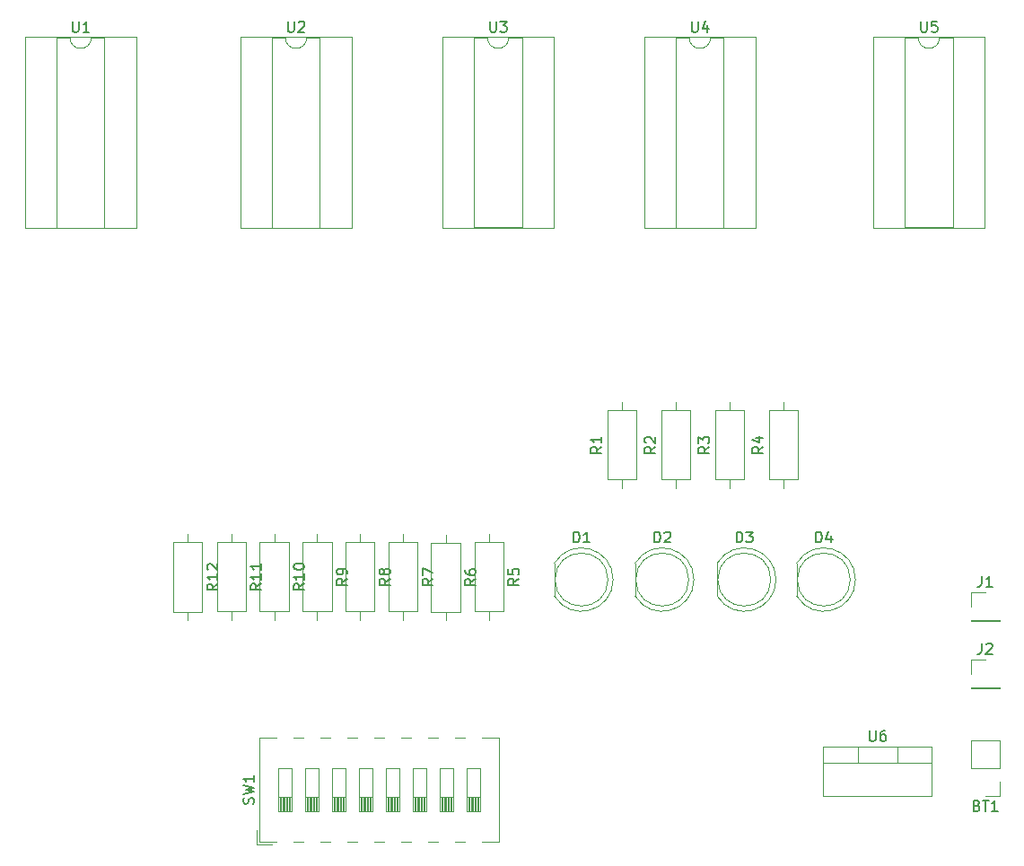
<source format=gbr>
%TF.GenerationSoftware,KiCad,Pcbnew,7.0.9*%
%TF.CreationDate,2023-12-30T10:08:20+11:00*%
%TF.ProjectId,4-bit-rca,342d6269-742d-4726-9361-2e6b69636164,rev?*%
%TF.SameCoordinates,Original*%
%TF.FileFunction,Legend,Top*%
%TF.FilePolarity,Positive*%
%FSLAX46Y46*%
G04 Gerber Fmt 4.6, Leading zero omitted, Abs format (unit mm)*
G04 Created by KiCad (PCBNEW 7.0.9) date 2023-12-30 10:08:20*
%MOMM*%
%LPD*%
G01*
G04 APERTURE LIST*
%ADD10C,0.150000*%
%ADD11C,0.120000*%
G04 APERTURE END LIST*
D10*
X126954819Y-112162857D02*
X126478628Y-112496190D01*
X126954819Y-112734285D02*
X125954819Y-112734285D01*
X125954819Y-112734285D02*
X125954819Y-112353333D01*
X125954819Y-112353333D02*
X126002438Y-112258095D01*
X126002438Y-112258095D02*
X126050057Y-112210476D01*
X126050057Y-112210476D02*
X126145295Y-112162857D01*
X126145295Y-112162857D02*
X126288152Y-112162857D01*
X126288152Y-112162857D02*
X126383390Y-112210476D01*
X126383390Y-112210476D02*
X126431009Y-112258095D01*
X126431009Y-112258095D02*
X126478628Y-112353333D01*
X126478628Y-112353333D02*
X126478628Y-112734285D01*
X126954819Y-111210476D02*
X126954819Y-111781904D01*
X126954819Y-111496190D02*
X125954819Y-111496190D01*
X125954819Y-111496190D02*
X126097676Y-111591428D01*
X126097676Y-111591428D02*
X126192914Y-111686666D01*
X126192914Y-111686666D02*
X126240533Y-111781904D01*
X126050057Y-110829523D02*
X126002438Y-110781904D01*
X126002438Y-110781904D02*
X125954819Y-110686666D01*
X125954819Y-110686666D02*
X125954819Y-110448571D01*
X125954819Y-110448571D02*
X126002438Y-110353333D01*
X126002438Y-110353333D02*
X126050057Y-110305714D01*
X126050057Y-110305714D02*
X126145295Y-110258095D01*
X126145295Y-110258095D02*
X126240533Y-110258095D01*
X126240533Y-110258095D02*
X126383390Y-110305714D01*
X126383390Y-110305714D02*
X126954819Y-110877142D01*
X126954819Y-110877142D02*
X126954819Y-110258095D01*
X151304819Y-111706666D02*
X150828628Y-112039999D01*
X151304819Y-112278094D02*
X150304819Y-112278094D01*
X150304819Y-112278094D02*
X150304819Y-111897142D01*
X150304819Y-111897142D02*
X150352438Y-111801904D01*
X150352438Y-111801904D02*
X150400057Y-111754285D01*
X150400057Y-111754285D02*
X150495295Y-111706666D01*
X150495295Y-111706666D02*
X150638152Y-111706666D01*
X150638152Y-111706666D02*
X150733390Y-111754285D01*
X150733390Y-111754285D02*
X150781009Y-111801904D01*
X150781009Y-111801904D02*
X150828628Y-111897142D01*
X150828628Y-111897142D02*
X150828628Y-112278094D01*
X150304819Y-110849523D02*
X150304819Y-111039999D01*
X150304819Y-111039999D02*
X150352438Y-111135237D01*
X150352438Y-111135237D02*
X150400057Y-111182856D01*
X150400057Y-111182856D02*
X150542914Y-111278094D01*
X150542914Y-111278094D02*
X150733390Y-111325713D01*
X150733390Y-111325713D02*
X151114342Y-111325713D01*
X151114342Y-111325713D02*
X151209580Y-111278094D01*
X151209580Y-111278094D02*
X151257200Y-111230475D01*
X151257200Y-111230475D02*
X151304819Y-111135237D01*
X151304819Y-111135237D02*
X151304819Y-110944761D01*
X151304819Y-110944761D02*
X151257200Y-110849523D01*
X151257200Y-110849523D02*
X151209580Y-110801904D01*
X151209580Y-110801904D02*
X151114342Y-110754285D01*
X151114342Y-110754285D02*
X150876247Y-110754285D01*
X150876247Y-110754285D02*
X150781009Y-110801904D01*
X150781009Y-110801904D02*
X150733390Y-110849523D01*
X150733390Y-110849523D02*
X150685771Y-110944761D01*
X150685771Y-110944761D02*
X150685771Y-111135237D01*
X150685771Y-111135237D02*
X150733390Y-111230475D01*
X150733390Y-111230475D02*
X150781009Y-111278094D01*
X150781009Y-111278094D02*
X150876247Y-111325713D01*
X130337200Y-132918332D02*
X130384819Y-132775475D01*
X130384819Y-132775475D02*
X130384819Y-132537380D01*
X130384819Y-132537380D02*
X130337200Y-132442142D01*
X130337200Y-132442142D02*
X130289580Y-132394523D01*
X130289580Y-132394523D02*
X130194342Y-132346904D01*
X130194342Y-132346904D02*
X130099104Y-132346904D01*
X130099104Y-132346904D02*
X130003866Y-132394523D01*
X130003866Y-132394523D02*
X129956247Y-132442142D01*
X129956247Y-132442142D02*
X129908628Y-132537380D01*
X129908628Y-132537380D02*
X129861009Y-132727856D01*
X129861009Y-132727856D02*
X129813390Y-132823094D01*
X129813390Y-132823094D02*
X129765771Y-132870713D01*
X129765771Y-132870713D02*
X129670533Y-132918332D01*
X129670533Y-132918332D02*
X129575295Y-132918332D01*
X129575295Y-132918332D02*
X129480057Y-132870713D01*
X129480057Y-132870713D02*
X129432438Y-132823094D01*
X129432438Y-132823094D02*
X129384819Y-132727856D01*
X129384819Y-132727856D02*
X129384819Y-132489761D01*
X129384819Y-132489761D02*
X129432438Y-132346904D01*
X129384819Y-132013570D02*
X130384819Y-131775475D01*
X130384819Y-131775475D02*
X129670533Y-131584999D01*
X129670533Y-131584999D02*
X130384819Y-131394523D01*
X130384819Y-131394523D02*
X129384819Y-131156428D01*
X130384819Y-130251666D02*
X130384819Y-130823094D01*
X130384819Y-130537380D02*
X129384819Y-130537380D01*
X129384819Y-130537380D02*
X129527676Y-130632618D01*
X129527676Y-130632618D02*
X129622914Y-130727856D01*
X129622914Y-130727856D02*
X129670533Y-130823094D01*
X188468095Y-125994819D02*
X188468095Y-126804342D01*
X188468095Y-126804342D02*
X188515714Y-126899580D01*
X188515714Y-126899580D02*
X188563333Y-126947200D01*
X188563333Y-126947200D02*
X188658571Y-126994819D01*
X188658571Y-126994819D02*
X188849047Y-126994819D01*
X188849047Y-126994819D02*
X188944285Y-126947200D01*
X188944285Y-126947200D02*
X188991904Y-126899580D01*
X188991904Y-126899580D02*
X189039523Y-126804342D01*
X189039523Y-126804342D02*
X189039523Y-125994819D01*
X189944285Y-125994819D02*
X189753809Y-125994819D01*
X189753809Y-125994819D02*
X189658571Y-126042438D01*
X189658571Y-126042438D02*
X189610952Y-126090057D01*
X189610952Y-126090057D02*
X189515714Y-126232914D01*
X189515714Y-126232914D02*
X189468095Y-126423390D01*
X189468095Y-126423390D02*
X189468095Y-126804342D01*
X189468095Y-126804342D02*
X189515714Y-126899580D01*
X189515714Y-126899580D02*
X189563333Y-126947200D01*
X189563333Y-126947200D02*
X189658571Y-126994819D01*
X189658571Y-126994819D02*
X189849047Y-126994819D01*
X189849047Y-126994819D02*
X189944285Y-126947200D01*
X189944285Y-126947200D02*
X189991904Y-126899580D01*
X189991904Y-126899580D02*
X190039523Y-126804342D01*
X190039523Y-126804342D02*
X190039523Y-126566247D01*
X190039523Y-126566247D02*
X189991904Y-126471009D01*
X189991904Y-126471009D02*
X189944285Y-126423390D01*
X189944285Y-126423390D02*
X189849047Y-126375771D01*
X189849047Y-126375771D02*
X189658571Y-126375771D01*
X189658571Y-126375771D02*
X189563333Y-126423390D01*
X189563333Y-126423390D02*
X189515714Y-126471009D01*
X189515714Y-126471009D02*
X189468095Y-126566247D01*
X147280819Y-111672666D02*
X146804628Y-112005999D01*
X147280819Y-112244094D02*
X146280819Y-112244094D01*
X146280819Y-112244094D02*
X146280819Y-111863142D01*
X146280819Y-111863142D02*
X146328438Y-111767904D01*
X146328438Y-111767904D02*
X146376057Y-111720285D01*
X146376057Y-111720285D02*
X146471295Y-111672666D01*
X146471295Y-111672666D02*
X146614152Y-111672666D01*
X146614152Y-111672666D02*
X146709390Y-111720285D01*
X146709390Y-111720285D02*
X146757009Y-111767904D01*
X146757009Y-111767904D02*
X146804628Y-111863142D01*
X146804628Y-111863142D02*
X146804628Y-112244094D01*
X146280819Y-111339332D02*
X146280819Y-110672666D01*
X146280819Y-110672666D02*
X147280819Y-111101237D01*
X143230819Y-111672666D02*
X142754628Y-112005999D01*
X143230819Y-112244094D02*
X142230819Y-112244094D01*
X142230819Y-112244094D02*
X142230819Y-111863142D01*
X142230819Y-111863142D02*
X142278438Y-111767904D01*
X142278438Y-111767904D02*
X142326057Y-111720285D01*
X142326057Y-111720285D02*
X142421295Y-111672666D01*
X142421295Y-111672666D02*
X142564152Y-111672666D01*
X142564152Y-111672666D02*
X142659390Y-111720285D01*
X142659390Y-111720285D02*
X142707009Y-111767904D01*
X142707009Y-111767904D02*
X142754628Y-111863142D01*
X142754628Y-111863142D02*
X142754628Y-112244094D01*
X142659390Y-111101237D02*
X142611771Y-111196475D01*
X142611771Y-111196475D02*
X142564152Y-111244094D01*
X142564152Y-111244094D02*
X142468914Y-111291713D01*
X142468914Y-111291713D02*
X142421295Y-111291713D01*
X142421295Y-111291713D02*
X142326057Y-111244094D01*
X142326057Y-111244094D02*
X142278438Y-111196475D01*
X142278438Y-111196475D02*
X142230819Y-111101237D01*
X142230819Y-111101237D02*
X142230819Y-110910761D01*
X142230819Y-110910761D02*
X142278438Y-110815523D01*
X142278438Y-110815523D02*
X142326057Y-110767904D01*
X142326057Y-110767904D02*
X142421295Y-110720285D01*
X142421295Y-110720285D02*
X142468914Y-110720285D01*
X142468914Y-110720285D02*
X142564152Y-110767904D01*
X142564152Y-110767904D02*
X142611771Y-110815523D01*
X142611771Y-110815523D02*
X142659390Y-110910761D01*
X142659390Y-110910761D02*
X142659390Y-111101237D01*
X142659390Y-111101237D02*
X142707009Y-111196475D01*
X142707009Y-111196475D02*
X142754628Y-111244094D01*
X142754628Y-111244094D02*
X142849866Y-111291713D01*
X142849866Y-111291713D02*
X143040342Y-111291713D01*
X143040342Y-111291713D02*
X143135580Y-111244094D01*
X143135580Y-111244094D02*
X143183200Y-111196475D01*
X143183200Y-111196475D02*
X143230819Y-111101237D01*
X143230819Y-111101237D02*
X143230819Y-110910761D01*
X143230819Y-110910761D02*
X143183200Y-110815523D01*
X143183200Y-110815523D02*
X143135580Y-110767904D01*
X143135580Y-110767904D02*
X143040342Y-110720285D01*
X143040342Y-110720285D02*
X142849866Y-110720285D01*
X142849866Y-110720285D02*
X142754628Y-110767904D01*
X142754628Y-110767904D02*
X142707009Y-110815523D01*
X142707009Y-110815523D02*
X142659390Y-110910761D01*
X135130819Y-112148857D02*
X134654628Y-112482190D01*
X135130819Y-112720285D02*
X134130819Y-112720285D01*
X134130819Y-112720285D02*
X134130819Y-112339333D01*
X134130819Y-112339333D02*
X134178438Y-112244095D01*
X134178438Y-112244095D02*
X134226057Y-112196476D01*
X134226057Y-112196476D02*
X134321295Y-112148857D01*
X134321295Y-112148857D02*
X134464152Y-112148857D01*
X134464152Y-112148857D02*
X134559390Y-112196476D01*
X134559390Y-112196476D02*
X134607009Y-112244095D01*
X134607009Y-112244095D02*
X134654628Y-112339333D01*
X134654628Y-112339333D02*
X134654628Y-112720285D01*
X135130819Y-111196476D02*
X135130819Y-111767904D01*
X135130819Y-111482190D02*
X134130819Y-111482190D01*
X134130819Y-111482190D02*
X134273676Y-111577428D01*
X134273676Y-111577428D02*
X134368914Y-111672666D01*
X134368914Y-111672666D02*
X134416533Y-111767904D01*
X134130819Y-110577428D02*
X134130819Y-110482190D01*
X134130819Y-110482190D02*
X134178438Y-110386952D01*
X134178438Y-110386952D02*
X134226057Y-110339333D01*
X134226057Y-110339333D02*
X134321295Y-110291714D01*
X134321295Y-110291714D02*
X134511771Y-110244095D01*
X134511771Y-110244095D02*
X134749866Y-110244095D01*
X134749866Y-110244095D02*
X134940342Y-110291714D01*
X134940342Y-110291714D02*
X135035580Y-110339333D01*
X135035580Y-110339333D02*
X135083200Y-110386952D01*
X135083200Y-110386952D02*
X135130819Y-110482190D01*
X135130819Y-110482190D02*
X135130819Y-110577428D01*
X135130819Y-110577428D02*
X135083200Y-110672666D01*
X135083200Y-110672666D02*
X135035580Y-110720285D01*
X135035580Y-110720285D02*
X134940342Y-110767904D01*
X134940342Y-110767904D02*
X134749866Y-110815523D01*
X134749866Y-110815523D02*
X134511771Y-110815523D01*
X134511771Y-110815523D02*
X134321295Y-110767904D01*
X134321295Y-110767904D02*
X134226057Y-110720285D01*
X134226057Y-110720285D02*
X134178438Y-110672666D01*
X134178438Y-110672666D02*
X134130819Y-110577428D01*
X131080819Y-112148857D02*
X130604628Y-112482190D01*
X131080819Y-112720285D02*
X130080819Y-112720285D01*
X130080819Y-112720285D02*
X130080819Y-112339333D01*
X130080819Y-112339333D02*
X130128438Y-112244095D01*
X130128438Y-112244095D02*
X130176057Y-112196476D01*
X130176057Y-112196476D02*
X130271295Y-112148857D01*
X130271295Y-112148857D02*
X130414152Y-112148857D01*
X130414152Y-112148857D02*
X130509390Y-112196476D01*
X130509390Y-112196476D02*
X130557009Y-112244095D01*
X130557009Y-112244095D02*
X130604628Y-112339333D01*
X130604628Y-112339333D02*
X130604628Y-112720285D01*
X131080819Y-111196476D02*
X131080819Y-111767904D01*
X131080819Y-111482190D02*
X130080819Y-111482190D01*
X130080819Y-111482190D02*
X130223676Y-111577428D01*
X130223676Y-111577428D02*
X130318914Y-111672666D01*
X130318914Y-111672666D02*
X130366533Y-111767904D01*
X131080819Y-110244095D02*
X131080819Y-110815523D01*
X131080819Y-110529809D02*
X130080819Y-110529809D01*
X130080819Y-110529809D02*
X130223676Y-110625047D01*
X130223676Y-110625047D02*
X130318914Y-110720285D01*
X130318914Y-110720285D02*
X130366533Y-110815523D01*
X139180819Y-111672666D02*
X138704628Y-112005999D01*
X139180819Y-112244094D02*
X138180819Y-112244094D01*
X138180819Y-112244094D02*
X138180819Y-111863142D01*
X138180819Y-111863142D02*
X138228438Y-111767904D01*
X138228438Y-111767904D02*
X138276057Y-111720285D01*
X138276057Y-111720285D02*
X138371295Y-111672666D01*
X138371295Y-111672666D02*
X138514152Y-111672666D01*
X138514152Y-111672666D02*
X138609390Y-111720285D01*
X138609390Y-111720285D02*
X138657009Y-111767904D01*
X138657009Y-111767904D02*
X138704628Y-111863142D01*
X138704628Y-111863142D02*
X138704628Y-112244094D01*
X139180819Y-111196475D02*
X139180819Y-111005999D01*
X139180819Y-111005999D02*
X139133200Y-110910761D01*
X139133200Y-110910761D02*
X139085580Y-110863142D01*
X139085580Y-110863142D02*
X138942723Y-110767904D01*
X138942723Y-110767904D02*
X138752247Y-110720285D01*
X138752247Y-110720285D02*
X138371295Y-110720285D01*
X138371295Y-110720285D02*
X138276057Y-110767904D01*
X138276057Y-110767904D02*
X138228438Y-110815523D01*
X138228438Y-110815523D02*
X138180819Y-110910761D01*
X138180819Y-110910761D02*
X138180819Y-111101237D01*
X138180819Y-111101237D02*
X138228438Y-111196475D01*
X138228438Y-111196475D02*
X138276057Y-111244094D01*
X138276057Y-111244094D02*
X138371295Y-111291713D01*
X138371295Y-111291713D02*
X138609390Y-111291713D01*
X138609390Y-111291713D02*
X138704628Y-111244094D01*
X138704628Y-111244094D02*
X138752247Y-111196475D01*
X138752247Y-111196475D02*
X138799866Y-111101237D01*
X138799866Y-111101237D02*
X138799866Y-110910761D01*
X138799866Y-110910761D02*
X138752247Y-110815523D01*
X138752247Y-110815523D02*
X138704628Y-110767904D01*
X138704628Y-110767904D02*
X138609390Y-110720285D01*
X155380819Y-111672666D02*
X154904628Y-112005999D01*
X155380819Y-112244094D02*
X154380819Y-112244094D01*
X154380819Y-112244094D02*
X154380819Y-111863142D01*
X154380819Y-111863142D02*
X154428438Y-111767904D01*
X154428438Y-111767904D02*
X154476057Y-111720285D01*
X154476057Y-111720285D02*
X154571295Y-111672666D01*
X154571295Y-111672666D02*
X154714152Y-111672666D01*
X154714152Y-111672666D02*
X154809390Y-111720285D01*
X154809390Y-111720285D02*
X154857009Y-111767904D01*
X154857009Y-111767904D02*
X154904628Y-111863142D01*
X154904628Y-111863142D02*
X154904628Y-112244094D01*
X154380819Y-110767904D02*
X154380819Y-111244094D01*
X154380819Y-111244094D02*
X154857009Y-111291713D01*
X154857009Y-111291713D02*
X154809390Y-111244094D01*
X154809390Y-111244094D02*
X154761771Y-111148856D01*
X154761771Y-111148856D02*
X154761771Y-110910761D01*
X154761771Y-110910761D02*
X154809390Y-110815523D01*
X154809390Y-110815523D02*
X154857009Y-110767904D01*
X154857009Y-110767904D02*
X154952247Y-110720285D01*
X154952247Y-110720285D02*
X155190342Y-110720285D01*
X155190342Y-110720285D02*
X155285580Y-110767904D01*
X155285580Y-110767904D02*
X155333200Y-110815523D01*
X155333200Y-110815523D02*
X155380819Y-110910761D01*
X155380819Y-110910761D02*
X155380819Y-111148856D01*
X155380819Y-111148856D02*
X155333200Y-111244094D01*
X155333200Y-111244094D02*
X155285580Y-111291713D01*
X173344819Y-99226666D02*
X172868628Y-99559999D01*
X173344819Y-99798094D02*
X172344819Y-99798094D01*
X172344819Y-99798094D02*
X172344819Y-99417142D01*
X172344819Y-99417142D02*
X172392438Y-99321904D01*
X172392438Y-99321904D02*
X172440057Y-99274285D01*
X172440057Y-99274285D02*
X172535295Y-99226666D01*
X172535295Y-99226666D02*
X172678152Y-99226666D01*
X172678152Y-99226666D02*
X172773390Y-99274285D01*
X172773390Y-99274285D02*
X172821009Y-99321904D01*
X172821009Y-99321904D02*
X172868628Y-99417142D01*
X172868628Y-99417142D02*
X172868628Y-99798094D01*
X172344819Y-98893332D02*
X172344819Y-98274285D01*
X172344819Y-98274285D02*
X172725771Y-98607618D01*
X172725771Y-98607618D02*
X172725771Y-98464761D01*
X172725771Y-98464761D02*
X172773390Y-98369523D01*
X172773390Y-98369523D02*
X172821009Y-98321904D01*
X172821009Y-98321904D02*
X172916247Y-98274285D01*
X172916247Y-98274285D02*
X173154342Y-98274285D01*
X173154342Y-98274285D02*
X173249580Y-98321904D01*
X173249580Y-98321904D02*
X173297200Y-98369523D01*
X173297200Y-98369523D02*
X173344819Y-98464761D01*
X173344819Y-98464761D02*
X173344819Y-98750475D01*
X173344819Y-98750475D02*
X173297200Y-98845713D01*
X173297200Y-98845713D02*
X173249580Y-98893332D01*
X199056666Y-117774819D02*
X199056666Y-118489104D01*
X199056666Y-118489104D02*
X199009047Y-118631961D01*
X199009047Y-118631961D02*
X198913809Y-118727200D01*
X198913809Y-118727200D02*
X198770952Y-118774819D01*
X198770952Y-118774819D02*
X198675714Y-118774819D01*
X199485238Y-117870057D02*
X199532857Y-117822438D01*
X199532857Y-117822438D02*
X199628095Y-117774819D01*
X199628095Y-117774819D02*
X199866190Y-117774819D01*
X199866190Y-117774819D02*
X199961428Y-117822438D01*
X199961428Y-117822438D02*
X200009047Y-117870057D01*
X200009047Y-117870057D02*
X200056666Y-117965295D01*
X200056666Y-117965295D02*
X200056666Y-118060533D01*
X200056666Y-118060533D02*
X200009047Y-118203390D01*
X200009047Y-118203390D02*
X199437619Y-118774819D01*
X199437619Y-118774819D02*
X200056666Y-118774819D01*
X171704095Y-59100819D02*
X171704095Y-59910342D01*
X171704095Y-59910342D02*
X171751714Y-60005580D01*
X171751714Y-60005580D02*
X171799333Y-60053200D01*
X171799333Y-60053200D02*
X171894571Y-60100819D01*
X171894571Y-60100819D02*
X172085047Y-60100819D01*
X172085047Y-60100819D02*
X172180285Y-60053200D01*
X172180285Y-60053200D02*
X172227904Y-60005580D01*
X172227904Y-60005580D02*
X172275523Y-59910342D01*
X172275523Y-59910342D02*
X172275523Y-59100819D01*
X173180285Y-59434152D02*
X173180285Y-60100819D01*
X172942190Y-59053200D02*
X172704095Y-59767485D01*
X172704095Y-59767485D02*
X173323142Y-59767485D01*
X193304095Y-59095819D02*
X193304095Y-59905342D01*
X193304095Y-59905342D02*
X193351714Y-60000580D01*
X193351714Y-60000580D02*
X193399333Y-60048200D01*
X193399333Y-60048200D02*
X193494571Y-60095819D01*
X193494571Y-60095819D02*
X193685047Y-60095819D01*
X193685047Y-60095819D02*
X193780285Y-60048200D01*
X193780285Y-60048200D02*
X193827904Y-60000580D01*
X193827904Y-60000580D02*
X193875523Y-59905342D01*
X193875523Y-59905342D02*
X193875523Y-59095819D01*
X194827904Y-59095819D02*
X194351714Y-59095819D01*
X194351714Y-59095819D02*
X194304095Y-59572009D01*
X194304095Y-59572009D02*
X194351714Y-59524390D01*
X194351714Y-59524390D02*
X194446952Y-59476771D01*
X194446952Y-59476771D02*
X194685047Y-59476771D01*
X194685047Y-59476771D02*
X194780285Y-59524390D01*
X194780285Y-59524390D02*
X194827904Y-59572009D01*
X194827904Y-59572009D02*
X194875523Y-59667247D01*
X194875523Y-59667247D02*
X194875523Y-59905342D01*
X194875523Y-59905342D02*
X194827904Y-60000580D01*
X194827904Y-60000580D02*
X194780285Y-60048200D01*
X194780285Y-60048200D02*
X194685047Y-60095819D01*
X194685047Y-60095819D02*
X194446952Y-60095819D01*
X194446952Y-60095819D02*
X194351714Y-60048200D01*
X194351714Y-60048200D02*
X194304095Y-60000580D01*
X160551905Y-108254819D02*
X160551905Y-107254819D01*
X160551905Y-107254819D02*
X160790000Y-107254819D01*
X160790000Y-107254819D02*
X160932857Y-107302438D01*
X160932857Y-107302438D02*
X161028095Y-107397676D01*
X161028095Y-107397676D02*
X161075714Y-107492914D01*
X161075714Y-107492914D02*
X161123333Y-107683390D01*
X161123333Y-107683390D02*
X161123333Y-107826247D01*
X161123333Y-107826247D02*
X161075714Y-108016723D01*
X161075714Y-108016723D02*
X161028095Y-108111961D01*
X161028095Y-108111961D02*
X160932857Y-108207200D01*
X160932857Y-108207200D02*
X160790000Y-108254819D01*
X160790000Y-108254819D02*
X160551905Y-108254819D01*
X162075714Y-108254819D02*
X161504286Y-108254819D01*
X161790000Y-108254819D02*
X161790000Y-107254819D01*
X161790000Y-107254819D02*
X161694762Y-107397676D01*
X161694762Y-107397676D02*
X161599524Y-107492914D01*
X161599524Y-107492914D02*
X161504286Y-107540533D01*
X163184819Y-99226666D02*
X162708628Y-99559999D01*
X163184819Y-99798094D02*
X162184819Y-99798094D01*
X162184819Y-99798094D02*
X162184819Y-99417142D01*
X162184819Y-99417142D02*
X162232438Y-99321904D01*
X162232438Y-99321904D02*
X162280057Y-99274285D01*
X162280057Y-99274285D02*
X162375295Y-99226666D01*
X162375295Y-99226666D02*
X162518152Y-99226666D01*
X162518152Y-99226666D02*
X162613390Y-99274285D01*
X162613390Y-99274285D02*
X162661009Y-99321904D01*
X162661009Y-99321904D02*
X162708628Y-99417142D01*
X162708628Y-99417142D02*
X162708628Y-99798094D01*
X163184819Y-98274285D02*
X163184819Y-98845713D01*
X163184819Y-98559999D02*
X162184819Y-98559999D01*
X162184819Y-98559999D02*
X162327676Y-98655237D01*
X162327676Y-98655237D02*
X162422914Y-98750475D01*
X162422914Y-98750475D02*
X162470533Y-98845713D01*
X198604285Y-133071009D02*
X198747142Y-133118628D01*
X198747142Y-133118628D02*
X198794761Y-133166247D01*
X198794761Y-133166247D02*
X198842380Y-133261485D01*
X198842380Y-133261485D02*
X198842380Y-133404342D01*
X198842380Y-133404342D02*
X198794761Y-133499580D01*
X198794761Y-133499580D02*
X198747142Y-133547200D01*
X198747142Y-133547200D02*
X198651904Y-133594819D01*
X198651904Y-133594819D02*
X198270952Y-133594819D01*
X198270952Y-133594819D02*
X198270952Y-132594819D01*
X198270952Y-132594819D02*
X198604285Y-132594819D01*
X198604285Y-132594819D02*
X198699523Y-132642438D01*
X198699523Y-132642438D02*
X198747142Y-132690057D01*
X198747142Y-132690057D02*
X198794761Y-132785295D01*
X198794761Y-132785295D02*
X198794761Y-132880533D01*
X198794761Y-132880533D02*
X198747142Y-132975771D01*
X198747142Y-132975771D02*
X198699523Y-133023390D01*
X198699523Y-133023390D02*
X198604285Y-133071009D01*
X198604285Y-133071009D02*
X198270952Y-133071009D01*
X199128095Y-132594819D02*
X199699523Y-132594819D01*
X199413809Y-133594819D02*
X199413809Y-132594819D01*
X200556666Y-133594819D02*
X199985238Y-133594819D01*
X200270952Y-133594819D02*
X200270952Y-132594819D01*
X200270952Y-132594819D02*
X200175714Y-132737676D01*
X200175714Y-132737676D02*
X200080476Y-132832914D01*
X200080476Y-132832914D02*
X199985238Y-132880533D01*
X168171905Y-108254819D02*
X168171905Y-107254819D01*
X168171905Y-107254819D02*
X168410000Y-107254819D01*
X168410000Y-107254819D02*
X168552857Y-107302438D01*
X168552857Y-107302438D02*
X168648095Y-107397676D01*
X168648095Y-107397676D02*
X168695714Y-107492914D01*
X168695714Y-107492914D02*
X168743333Y-107683390D01*
X168743333Y-107683390D02*
X168743333Y-107826247D01*
X168743333Y-107826247D02*
X168695714Y-108016723D01*
X168695714Y-108016723D02*
X168648095Y-108111961D01*
X168648095Y-108111961D02*
X168552857Y-108207200D01*
X168552857Y-108207200D02*
X168410000Y-108254819D01*
X168410000Y-108254819D02*
X168171905Y-108254819D01*
X169124286Y-107350057D02*
X169171905Y-107302438D01*
X169171905Y-107302438D02*
X169267143Y-107254819D01*
X169267143Y-107254819D02*
X169505238Y-107254819D01*
X169505238Y-107254819D02*
X169600476Y-107302438D01*
X169600476Y-107302438D02*
X169648095Y-107350057D01*
X169648095Y-107350057D02*
X169695714Y-107445295D01*
X169695714Y-107445295D02*
X169695714Y-107540533D01*
X169695714Y-107540533D02*
X169648095Y-107683390D01*
X169648095Y-107683390D02*
X169076667Y-108254819D01*
X169076667Y-108254819D02*
X169695714Y-108254819D01*
X199056666Y-111424819D02*
X199056666Y-112139104D01*
X199056666Y-112139104D02*
X199009047Y-112281961D01*
X199009047Y-112281961D02*
X198913809Y-112377200D01*
X198913809Y-112377200D02*
X198770952Y-112424819D01*
X198770952Y-112424819D02*
X198675714Y-112424819D01*
X200056666Y-112424819D02*
X199485238Y-112424819D01*
X199770952Y-112424819D02*
X199770952Y-111424819D01*
X199770952Y-111424819D02*
X199675714Y-111567676D01*
X199675714Y-111567676D02*
X199580476Y-111662914D01*
X199580476Y-111662914D02*
X199485238Y-111710533D01*
X113284095Y-59100819D02*
X113284095Y-59910342D01*
X113284095Y-59910342D02*
X113331714Y-60005580D01*
X113331714Y-60005580D02*
X113379333Y-60053200D01*
X113379333Y-60053200D02*
X113474571Y-60100819D01*
X113474571Y-60100819D02*
X113665047Y-60100819D01*
X113665047Y-60100819D02*
X113760285Y-60053200D01*
X113760285Y-60053200D02*
X113807904Y-60005580D01*
X113807904Y-60005580D02*
X113855523Y-59910342D01*
X113855523Y-59910342D02*
X113855523Y-59100819D01*
X114855523Y-60100819D02*
X114284095Y-60100819D01*
X114569809Y-60100819D02*
X114569809Y-59100819D01*
X114569809Y-59100819D02*
X114474571Y-59243676D01*
X114474571Y-59243676D02*
X114379333Y-59338914D01*
X114379333Y-59338914D02*
X114284095Y-59386533D01*
X183411905Y-108254819D02*
X183411905Y-107254819D01*
X183411905Y-107254819D02*
X183650000Y-107254819D01*
X183650000Y-107254819D02*
X183792857Y-107302438D01*
X183792857Y-107302438D02*
X183888095Y-107397676D01*
X183888095Y-107397676D02*
X183935714Y-107492914D01*
X183935714Y-107492914D02*
X183983333Y-107683390D01*
X183983333Y-107683390D02*
X183983333Y-107826247D01*
X183983333Y-107826247D02*
X183935714Y-108016723D01*
X183935714Y-108016723D02*
X183888095Y-108111961D01*
X183888095Y-108111961D02*
X183792857Y-108207200D01*
X183792857Y-108207200D02*
X183650000Y-108254819D01*
X183650000Y-108254819D02*
X183411905Y-108254819D01*
X184840476Y-107588152D02*
X184840476Y-108254819D01*
X184602381Y-107207200D02*
X184364286Y-107921485D01*
X184364286Y-107921485D02*
X184983333Y-107921485D01*
X133604095Y-59100819D02*
X133604095Y-59910342D01*
X133604095Y-59910342D02*
X133651714Y-60005580D01*
X133651714Y-60005580D02*
X133699333Y-60053200D01*
X133699333Y-60053200D02*
X133794571Y-60100819D01*
X133794571Y-60100819D02*
X133985047Y-60100819D01*
X133985047Y-60100819D02*
X134080285Y-60053200D01*
X134080285Y-60053200D02*
X134127904Y-60005580D01*
X134127904Y-60005580D02*
X134175523Y-59910342D01*
X134175523Y-59910342D02*
X134175523Y-59100819D01*
X134604095Y-59196057D02*
X134651714Y-59148438D01*
X134651714Y-59148438D02*
X134746952Y-59100819D01*
X134746952Y-59100819D02*
X134985047Y-59100819D01*
X134985047Y-59100819D02*
X135080285Y-59148438D01*
X135080285Y-59148438D02*
X135127904Y-59196057D01*
X135127904Y-59196057D02*
X135175523Y-59291295D01*
X135175523Y-59291295D02*
X135175523Y-59386533D01*
X135175523Y-59386533D02*
X135127904Y-59529390D01*
X135127904Y-59529390D02*
X134556476Y-60100819D01*
X134556476Y-60100819D02*
X135175523Y-60100819D01*
X152664095Y-59095819D02*
X152664095Y-59905342D01*
X152664095Y-59905342D02*
X152711714Y-60000580D01*
X152711714Y-60000580D02*
X152759333Y-60048200D01*
X152759333Y-60048200D02*
X152854571Y-60095819D01*
X152854571Y-60095819D02*
X153045047Y-60095819D01*
X153045047Y-60095819D02*
X153140285Y-60048200D01*
X153140285Y-60048200D02*
X153187904Y-60000580D01*
X153187904Y-60000580D02*
X153235523Y-59905342D01*
X153235523Y-59905342D02*
X153235523Y-59095819D01*
X153616476Y-59095819D02*
X154235523Y-59095819D01*
X154235523Y-59095819D02*
X153902190Y-59476771D01*
X153902190Y-59476771D02*
X154045047Y-59476771D01*
X154045047Y-59476771D02*
X154140285Y-59524390D01*
X154140285Y-59524390D02*
X154187904Y-59572009D01*
X154187904Y-59572009D02*
X154235523Y-59667247D01*
X154235523Y-59667247D02*
X154235523Y-59905342D01*
X154235523Y-59905342D02*
X154187904Y-60000580D01*
X154187904Y-60000580D02*
X154140285Y-60048200D01*
X154140285Y-60048200D02*
X154045047Y-60095819D01*
X154045047Y-60095819D02*
X153759333Y-60095819D01*
X153759333Y-60095819D02*
X153664095Y-60048200D01*
X153664095Y-60048200D02*
X153616476Y-60000580D01*
X178424819Y-99226666D02*
X177948628Y-99559999D01*
X178424819Y-99798094D02*
X177424819Y-99798094D01*
X177424819Y-99798094D02*
X177424819Y-99417142D01*
X177424819Y-99417142D02*
X177472438Y-99321904D01*
X177472438Y-99321904D02*
X177520057Y-99274285D01*
X177520057Y-99274285D02*
X177615295Y-99226666D01*
X177615295Y-99226666D02*
X177758152Y-99226666D01*
X177758152Y-99226666D02*
X177853390Y-99274285D01*
X177853390Y-99274285D02*
X177901009Y-99321904D01*
X177901009Y-99321904D02*
X177948628Y-99417142D01*
X177948628Y-99417142D02*
X177948628Y-99798094D01*
X177758152Y-98369523D02*
X178424819Y-98369523D01*
X177377200Y-98607618D02*
X178091485Y-98845713D01*
X178091485Y-98845713D02*
X178091485Y-98226666D01*
X175911905Y-108254819D02*
X175911905Y-107254819D01*
X175911905Y-107254819D02*
X176150000Y-107254819D01*
X176150000Y-107254819D02*
X176292857Y-107302438D01*
X176292857Y-107302438D02*
X176388095Y-107397676D01*
X176388095Y-107397676D02*
X176435714Y-107492914D01*
X176435714Y-107492914D02*
X176483333Y-107683390D01*
X176483333Y-107683390D02*
X176483333Y-107826247D01*
X176483333Y-107826247D02*
X176435714Y-108016723D01*
X176435714Y-108016723D02*
X176388095Y-108111961D01*
X176388095Y-108111961D02*
X176292857Y-108207200D01*
X176292857Y-108207200D02*
X176150000Y-108254819D01*
X176150000Y-108254819D02*
X175911905Y-108254819D01*
X176816667Y-107254819D02*
X177435714Y-107254819D01*
X177435714Y-107254819D02*
X177102381Y-107635771D01*
X177102381Y-107635771D02*
X177245238Y-107635771D01*
X177245238Y-107635771D02*
X177340476Y-107683390D01*
X177340476Y-107683390D02*
X177388095Y-107731009D01*
X177388095Y-107731009D02*
X177435714Y-107826247D01*
X177435714Y-107826247D02*
X177435714Y-108064342D01*
X177435714Y-108064342D02*
X177388095Y-108159580D01*
X177388095Y-108159580D02*
X177340476Y-108207200D01*
X177340476Y-108207200D02*
X177245238Y-108254819D01*
X177245238Y-108254819D02*
X176959524Y-108254819D01*
X176959524Y-108254819D02*
X176864286Y-108207200D01*
X176864286Y-108207200D02*
X176816667Y-108159580D01*
X168264819Y-99226666D02*
X167788628Y-99559999D01*
X168264819Y-99798094D02*
X167264819Y-99798094D01*
X167264819Y-99798094D02*
X167264819Y-99417142D01*
X167264819Y-99417142D02*
X167312438Y-99321904D01*
X167312438Y-99321904D02*
X167360057Y-99274285D01*
X167360057Y-99274285D02*
X167455295Y-99226666D01*
X167455295Y-99226666D02*
X167598152Y-99226666D01*
X167598152Y-99226666D02*
X167693390Y-99274285D01*
X167693390Y-99274285D02*
X167741009Y-99321904D01*
X167741009Y-99321904D02*
X167788628Y-99417142D01*
X167788628Y-99417142D02*
X167788628Y-99798094D01*
X167360057Y-98845713D02*
X167312438Y-98798094D01*
X167312438Y-98798094D02*
X167264819Y-98702856D01*
X167264819Y-98702856D02*
X167264819Y-98464761D01*
X167264819Y-98464761D02*
X167312438Y-98369523D01*
X167312438Y-98369523D02*
X167360057Y-98321904D01*
X167360057Y-98321904D02*
X167455295Y-98274285D01*
X167455295Y-98274285D02*
X167550533Y-98274285D01*
X167550533Y-98274285D02*
X167693390Y-98321904D01*
X167693390Y-98321904D02*
X168264819Y-98893332D01*
X168264819Y-98893332D02*
X168264819Y-98274285D01*
D11*
%TO.C,R12*%
X124130000Y-115560000D02*
X124130000Y-114790000D01*
X124130000Y-107480000D02*
X124130000Y-108250000D01*
X125500000Y-108250000D02*
X122760000Y-108250000D01*
X122760000Y-114790000D02*
X125500000Y-114790000D01*
X122760000Y-108250000D02*
X122760000Y-114790000D01*
X125500000Y-114790000D02*
X125500000Y-108250000D01*
%TO.C,R6*%
X149850000Y-114810000D02*
X149850000Y-108270000D01*
X147110000Y-108270000D02*
X147110000Y-114810000D01*
X147110000Y-114810000D02*
X149850000Y-114810000D01*
X149850000Y-108270000D02*
X147110000Y-108270000D01*
X148480000Y-107500000D02*
X148480000Y-108270000D01*
X148480000Y-115580000D02*
X148480000Y-114810000D01*
%TO.C,SW1*%
X141415000Y-133615000D02*
X141415000Y-132261667D01*
X142875000Y-133615000D02*
X144145000Y-133615000D01*
X146495000Y-133615000D02*
X146495000Y-132261667D01*
X145415000Y-133615000D02*
X146685000Y-133615000D01*
X138995000Y-133615000D02*
X138995000Y-132261667D01*
X132715000Y-132261667D02*
X133985000Y-132261667D01*
X145415000Y-129555000D02*
X145415000Y-133615000D01*
X143595000Y-133615000D02*
X143595000Y-132261667D01*
X147955000Y-129555000D02*
X147955000Y-133615000D01*
X146255000Y-133615000D02*
X146255000Y-132261667D01*
X142995000Y-133615000D02*
X142995000Y-132261667D01*
X144311000Y-126635000D02*
X145251000Y-126635000D01*
X141605000Y-129555000D02*
X140335000Y-129555000D01*
X147955000Y-133615000D02*
X149225000Y-133615000D01*
X143475000Y-133615000D02*
X143475000Y-132261667D01*
X146851000Y-126635000D02*
X147791000Y-126635000D01*
X136455000Y-133615000D02*
X136455000Y-132261667D01*
X142875000Y-132261667D02*
X144145000Y-132261667D01*
X133985000Y-129555000D02*
X132715000Y-129555000D01*
X133435000Y-133615000D02*
X133435000Y-132261667D01*
X137915000Y-133615000D02*
X137915000Y-132261667D01*
X130690000Y-136775000D02*
X130690000Y-135391000D01*
X150975000Y-133615000D02*
X150975000Y-132261667D01*
X147955000Y-132261667D02*
X149225000Y-132261667D01*
X135855000Y-133615000D02*
X135855000Y-132261667D01*
X141055000Y-133615000D02*
X141055000Y-132261667D01*
X146615000Y-133615000D02*
X146615000Y-132261667D01*
X145535000Y-133615000D02*
X145535000Y-132261667D01*
X150495000Y-133615000D02*
X151765000Y-133615000D01*
X141175000Y-133615000D02*
X141175000Y-132261667D01*
X145415000Y-132261667D02*
X146685000Y-132261667D01*
X136095000Y-133615000D02*
X136095000Y-132261667D01*
X136690000Y-136535000D02*
X137630000Y-136535000D01*
X149225000Y-129555000D02*
X147955000Y-129555000D01*
X148435000Y-133615000D02*
X148435000Y-132261667D01*
X146135000Y-133615000D02*
X146135000Y-132261667D01*
X136525000Y-133615000D02*
X136525000Y-129555000D01*
X132715000Y-133615000D02*
X133985000Y-133615000D01*
X136525000Y-129555000D02*
X135255000Y-129555000D01*
X143235000Y-133615000D02*
X143235000Y-132261667D01*
X135255000Y-133615000D02*
X136525000Y-133615000D01*
X149391000Y-126635000D02*
X150330000Y-126635000D01*
X133075000Y-133615000D02*
X133075000Y-132261667D01*
X140455000Y-133615000D02*
X140455000Y-132261667D01*
X130930000Y-136535000D02*
X132550000Y-136535000D01*
X134150000Y-136535000D02*
X135090000Y-136535000D01*
X146375000Y-133615000D02*
X146375000Y-132261667D01*
X143355000Y-133615000D02*
X143355000Y-132261667D01*
X142875000Y-129555000D02*
X142875000Y-133615000D01*
X151095000Y-133615000D02*
X151095000Y-132261667D01*
X135615000Y-133615000D02*
X135615000Y-132261667D01*
X136215000Y-133615000D02*
X136215000Y-132261667D01*
X149155000Y-133615000D02*
X149155000Y-132261667D01*
X130930000Y-136535000D02*
X130930000Y-126635000D01*
X150495000Y-129555000D02*
X150495000Y-133615000D01*
X132835000Y-133615000D02*
X132835000Y-132261667D01*
X135975000Y-133615000D02*
X135975000Y-132261667D01*
X132715000Y-129555000D02*
X132715000Y-133615000D01*
X135375000Y-133615000D02*
X135375000Y-132261667D01*
X146685000Y-133615000D02*
X146685000Y-129555000D01*
X130690000Y-136775000D02*
X132073000Y-136775000D01*
X136335000Y-133615000D02*
X136335000Y-132261667D01*
X137795000Y-129555000D02*
X137795000Y-133615000D01*
X151765000Y-129555000D02*
X150495000Y-129555000D01*
X137795000Y-133615000D02*
X139065000Y-133615000D01*
X138635000Y-133615000D02*
X138635000Y-132261667D01*
X146685000Y-129555000D02*
X145415000Y-129555000D01*
X153551000Y-136535000D02*
X153551000Y-126635000D01*
X151930000Y-126635000D02*
X153551000Y-126635000D01*
X145655000Y-133615000D02*
X145655000Y-132261667D01*
X148075000Y-133615000D02*
X148075000Y-132261667D01*
X151215000Y-133615000D02*
X151215000Y-132261667D01*
X149225000Y-133615000D02*
X149225000Y-129555000D01*
X135735000Y-133615000D02*
X135735000Y-132261667D01*
X130930000Y-126635000D02*
X132550000Y-126635000D01*
X141771000Y-126635000D02*
X142711000Y-126635000D01*
X145895000Y-133615000D02*
X145895000Y-132261667D01*
X138155000Y-133615000D02*
X138155000Y-132261667D01*
X146015000Y-133615000D02*
X146015000Y-132261667D01*
X134151000Y-126635000D02*
X135091000Y-126635000D01*
X140935000Y-133615000D02*
X140935000Y-132261667D01*
X138875000Y-133615000D02*
X138875000Y-132261667D01*
X148675000Y-133615000D02*
X148675000Y-132261667D01*
X148555000Y-133615000D02*
X148555000Y-132261667D01*
X150735000Y-133615000D02*
X150735000Y-132261667D01*
X133315000Y-133615000D02*
X133315000Y-132261667D01*
X148795000Y-133615000D02*
X148795000Y-132261667D01*
X151695000Y-133615000D02*
X151695000Y-132261667D01*
X144145000Y-133615000D02*
X144145000Y-129555000D01*
X150615000Y-133615000D02*
X150615000Y-132261667D01*
X133985000Y-133615000D02*
X133985000Y-129555000D01*
X139065000Y-129555000D02*
X137795000Y-129555000D01*
X151335000Y-133615000D02*
X151335000Y-132261667D01*
X151575000Y-133615000D02*
X151575000Y-132261667D01*
X151455000Y-133615000D02*
X151455000Y-132261667D01*
X151930000Y-136535000D02*
X153551000Y-136535000D01*
X139230000Y-136535000D02*
X140170000Y-136535000D01*
X135495000Y-133615000D02*
X135495000Y-132261667D01*
X139231000Y-126635000D02*
X140171000Y-126635000D01*
X143715000Y-133615000D02*
X143715000Y-132261667D01*
X141605000Y-133615000D02*
X141605000Y-129555000D01*
X151765000Y-133615000D02*
X151765000Y-129555000D01*
X133795000Y-133615000D02*
X133795000Y-132261667D01*
X145775000Y-133615000D02*
X145775000Y-132261667D01*
X136691000Y-126635000D02*
X137631000Y-126635000D01*
X150855000Y-133615000D02*
X150855000Y-132261667D01*
X148915000Y-133615000D02*
X148915000Y-132261667D01*
X148195000Y-133615000D02*
X148195000Y-132261667D01*
X148315000Y-133615000D02*
X148315000Y-132261667D01*
X138755000Y-133615000D02*
X138755000Y-132261667D01*
X138035000Y-133615000D02*
X138035000Y-132261667D01*
X146850000Y-136535000D02*
X147790000Y-136535000D01*
X138275000Y-133615000D02*
X138275000Y-132261667D01*
X140335000Y-132261667D02*
X141605000Y-132261667D01*
X139065000Y-133615000D02*
X139065000Y-129555000D01*
X138395000Y-133615000D02*
X138395000Y-132261667D01*
X149390000Y-136535000D02*
X150330000Y-136535000D01*
X140575000Y-133615000D02*
X140575000Y-132261667D01*
X135255000Y-129555000D02*
X135255000Y-133615000D01*
X144075000Y-133615000D02*
X144075000Y-132261667D01*
X150495000Y-132261667D02*
X151765000Y-132261667D01*
X149035000Y-133615000D02*
X149035000Y-132261667D01*
X140815000Y-133615000D02*
X140815000Y-132261667D01*
X133555000Y-133615000D02*
X133555000Y-132261667D01*
X143115000Y-133615000D02*
X143115000Y-132261667D01*
X143835000Y-133615000D02*
X143835000Y-132261667D01*
X135255000Y-132261667D02*
X136525000Y-132261667D01*
X138515000Y-133615000D02*
X138515000Y-132261667D01*
X133195000Y-133615000D02*
X133195000Y-132261667D01*
X137795000Y-132261667D02*
X139065000Y-132261667D01*
X143955000Y-133615000D02*
X143955000Y-132261667D01*
X144310000Y-136535000D02*
X145250000Y-136535000D01*
X133915000Y-133615000D02*
X133915000Y-132261667D01*
X141535000Y-133615000D02*
X141535000Y-132261667D01*
X132955000Y-133615000D02*
X132955000Y-132261667D01*
X140695000Y-133615000D02*
X140695000Y-132261667D01*
X140335000Y-133615000D02*
X141605000Y-133615000D01*
X141295000Y-133615000D02*
X141295000Y-132261667D01*
X144145000Y-129555000D02*
X142875000Y-129555000D01*
X133675000Y-133615000D02*
X133675000Y-132261667D01*
X141770000Y-136535000D02*
X142710000Y-136535000D01*
X140335000Y-129555000D02*
X140335000Y-133615000D01*
%TO.C,U6*%
X184110000Y-127540000D02*
X194350000Y-127540000D01*
X187380000Y-127540000D02*
X187380000Y-129050000D01*
X191081000Y-127540000D02*
X191081000Y-129050000D01*
X184110000Y-127540000D02*
X184110000Y-132181000D01*
X184110000Y-132181000D02*
X194350000Y-132181000D01*
X194350000Y-127540000D02*
X194350000Y-132181000D01*
X184110000Y-129050000D02*
X194350000Y-129050000D01*
%TO.C,R7*%
X144456000Y-115546000D02*
X144456000Y-114776000D01*
X144456000Y-107466000D02*
X144456000Y-108236000D01*
X145826000Y-108236000D02*
X143086000Y-108236000D01*
X143086000Y-114776000D02*
X145826000Y-114776000D01*
X143086000Y-108236000D02*
X143086000Y-114776000D01*
X145826000Y-114776000D02*
X145826000Y-108236000D01*
%TO.C,R8*%
X140406000Y-115546000D02*
X140406000Y-114776000D01*
X140406000Y-107466000D02*
X140406000Y-108236000D01*
X141776000Y-108236000D02*
X139036000Y-108236000D01*
X139036000Y-114776000D02*
X141776000Y-114776000D01*
X139036000Y-108236000D02*
X139036000Y-114776000D01*
X141776000Y-114776000D02*
X141776000Y-108236000D01*
%TO.C,R10*%
X132306000Y-115546000D02*
X132306000Y-114776000D01*
X132306000Y-107466000D02*
X132306000Y-108236000D01*
X133676000Y-108236000D02*
X130936000Y-108236000D01*
X130936000Y-114776000D02*
X133676000Y-114776000D01*
X130936000Y-108236000D02*
X130936000Y-114776000D01*
X133676000Y-114776000D02*
X133676000Y-108236000D01*
%TO.C,R11*%
X128256000Y-115546000D02*
X128256000Y-114776000D01*
X128256000Y-107466000D02*
X128256000Y-108236000D01*
X129626000Y-108236000D02*
X126886000Y-108236000D01*
X126886000Y-114776000D02*
X129626000Y-114776000D01*
X126886000Y-108236000D02*
X126886000Y-114776000D01*
X129626000Y-114776000D02*
X129626000Y-108236000D01*
%TO.C,R9*%
X136356000Y-115546000D02*
X136356000Y-114776000D01*
X136356000Y-107466000D02*
X136356000Y-108236000D01*
X137726000Y-108236000D02*
X134986000Y-108236000D01*
X134986000Y-114776000D02*
X137726000Y-114776000D01*
X134986000Y-108236000D02*
X134986000Y-114776000D01*
X137726000Y-114776000D02*
X137726000Y-108236000D01*
%TO.C,R5*%
X152556000Y-115546000D02*
X152556000Y-114776000D01*
X152556000Y-107466000D02*
X152556000Y-108236000D01*
X153926000Y-108236000D02*
X151186000Y-108236000D01*
X151186000Y-114776000D02*
X153926000Y-114776000D01*
X151186000Y-108236000D02*
X151186000Y-114776000D01*
X153926000Y-114776000D02*
X153926000Y-108236000D01*
%TO.C,R3*%
X175260000Y-103100000D02*
X175260000Y-102330000D01*
X173890000Y-102330000D02*
X176630000Y-102330000D01*
X176630000Y-102330000D02*
X176630000Y-95790000D01*
X173890000Y-95790000D02*
X173890000Y-102330000D01*
X176630000Y-95790000D02*
X173890000Y-95790000D01*
X175260000Y-95020000D02*
X175260000Y-95790000D01*
%TO.C,J2*%
X198060000Y-119320000D02*
X199390000Y-119320000D01*
X198060000Y-120650000D02*
X198060000Y-119320000D01*
X198060000Y-121920000D02*
X198060000Y-121980000D01*
X198060000Y-121920000D02*
X200720000Y-121920000D01*
X198060000Y-121980000D02*
X200720000Y-121980000D01*
X200720000Y-121920000D02*
X200720000Y-121980000D01*
%TO.C,U4*%
X167216000Y-60586000D02*
X167216000Y-78606000D01*
X167216000Y-78606000D02*
X177716000Y-78606000D01*
X170216000Y-60646000D02*
X170216000Y-78546000D01*
X170216000Y-78546000D02*
X174716000Y-78546000D01*
X171466000Y-60646000D02*
X170216000Y-60646000D01*
X174716000Y-60646000D02*
X173466000Y-60646000D01*
X174716000Y-78546000D02*
X174716000Y-60646000D01*
X177716000Y-60586000D02*
X167216000Y-60586000D01*
X177716000Y-78606000D02*
X177716000Y-60586000D01*
X171466000Y-60646000D02*
G75*
G03*
X173466000Y-60646000I1000000J0D01*
G01*
%TO.C,U5*%
X188816000Y-60581000D02*
X188816000Y-78601000D01*
X188816000Y-78601000D02*
X199316000Y-78601000D01*
X191816000Y-60641000D02*
X191816000Y-78541000D01*
X191816000Y-78541000D02*
X196316000Y-78541000D01*
X193066000Y-60641000D02*
X191816000Y-60641000D01*
X196316000Y-60641000D02*
X195066000Y-60641000D01*
X196316000Y-78541000D02*
X196316000Y-60641000D01*
X199316000Y-60581000D02*
X188816000Y-60581000D01*
X199316000Y-78601000D02*
X199316000Y-60581000D01*
X193066000Y-60641000D02*
G75*
G03*
X195066000Y-60641000I1000000J0D01*
G01*
%TO.C,D1*%
X158730000Y-110215000D02*
X158730000Y-113305000D01*
X164279999Y-111760462D02*
G75*
G03*
X158730001Y-110215170I-2989999J462D01*
G01*
X158730000Y-113304830D02*
G75*
G03*
X164280000Y-111759538I2560000J1544830D01*
G01*
X163790000Y-111760000D02*
G75*
G03*
X163790000Y-111760000I-2500000J0D01*
G01*
%TO.C,R1*%
X165100000Y-103100000D02*
X165100000Y-102330000D01*
X163730000Y-102330000D02*
X166470000Y-102330000D01*
X166470000Y-102330000D02*
X166470000Y-95790000D01*
X163730000Y-95790000D02*
X163730000Y-102330000D01*
X166470000Y-95790000D02*
X163730000Y-95790000D01*
X165100000Y-95020000D02*
X165100000Y-95790000D01*
%TO.C,BT1*%
X200720000Y-132140000D02*
X199390000Y-132140000D01*
X200720000Y-130810000D02*
X200720000Y-132140000D01*
X200720000Y-129540000D02*
X200720000Y-126940000D01*
X200720000Y-129540000D02*
X198060000Y-129540000D01*
X200720000Y-126940000D02*
X198060000Y-126940000D01*
X198060000Y-129540000D02*
X198060000Y-126940000D01*
%TO.C,D2*%
X166350000Y-110215000D02*
X166350000Y-113305000D01*
X171899999Y-111760462D02*
G75*
G03*
X166350001Y-110215170I-2989999J462D01*
G01*
X166350000Y-113304830D02*
G75*
G03*
X171900000Y-111759538I2560000J1544830D01*
G01*
X171410000Y-111760000D02*
G75*
G03*
X171410000Y-111760000I-2500000J0D01*
G01*
%TO.C,J1*%
X198060000Y-112970000D02*
X199390000Y-112970000D01*
X198060000Y-114300000D02*
X198060000Y-112970000D01*
X198060000Y-115570000D02*
X198060000Y-115630000D01*
X198060000Y-115570000D02*
X200720000Y-115570000D01*
X198060000Y-115630000D02*
X200720000Y-115630000D01*
X200720000Y-115570000D02*
X200720000Y-115630000D01*
%TO.C,U1*%
X108796000Y-60586000D02*
X108796000Y-78606000D01*
X108796000Y-78606000D02*
X119296000Y-78606000D01*
X111796000Y-60646000D02*
X111796000Y-78546000D01*
X111796000Y-78546000D02*
X116296000Y-78546000D01*
X113046000Y-60646000D02*
X111796000Y-60646000D01*
X116296000Y-60646000D02*
X115046000Y-60646000D01*
X116296000Y-78546000D02*
X116296000Y-60646000D01*
X119296000Y-60586000D02*
X108796000Y-60586000D01*
X119296000Y-78606000D02*
X119296000Y-60586000D01*
X113046000Y-60646000D02*
G75*
G03*
X115046000Y-60646000I1000000J0D01*
G01*
%TO.C,D4*%
X181590000Y-110215000D02*
X181590000Y-113305000D01*
X187139999Y-111760462D02*
G75*
G03*
X181590001Y-110215170I-2989999J462D01*
G01*
X181590000Y-113304830D02*
G75*
G03*
X187140000Y-111759538I2560000J1544830D01*
G01*
X186650000Y-111760000D02*
G75*
G03*
X186650000Y-111760000I-2500000J0D01*
G01*
%TO.C,U2*%
X129116000Y-60586000D02*
X129116000Y-78606000D01*
X129116000Y-78606000D02*
X139616000Y-78606000D01*
X132116000Y-60646000D02*
X132116000Y-78546000D01*
X132116000Y-78546000D02*
X136616000Y-78546000D01*
X133366000Y-60646000D02*
X132116000Y-60646000D01*
X136616000Y-60646000D02*
X135366000Y-60646000D01*
X136616000Y-78546000D02*
X136616000Y-60646000D01*
X139616000Y-60586000D02*
X129116000Y-60586000D01*
X139616000Y-78606000D02*
X139616000Y-60586000D01*
X133366000Y-60646000D02*
G75*
G03*
X135366000Y-60646000I1000000J0D01*
G01*
%TO.C,U3*%
X148176000Y-60581000D02*
X148176000Y-78601000D01*
X148176000Y-78601000D02*
X158676000Y-78601000D01*
X151176000Y-60641000D02*
X151176000Y-78541000D01*
X151176000Y-78541000D02*
X155676000Y-78541000D01*
X152426000Y-60641000D02*
X151176000Y-60641000D01*
X155676000Y-60641000D02*
X154426000Y-60641000D01*
X155676000Y-78541000D02*
X155676000Y-60641000D01*
X158676000Y-60581000D02*
X148176000Y-60581000D01*
X158676000Y-78601000D02*
X158676000Y-60581000D01*
X152426000Y-60641000D02*
G75*
G03*
X154426000Y-60641000I1000000J0D01*
G01*
%TO.C,R4*%
X180340000Y-103100000D02*
X180340000Y-102330000D01*
X178970000Y-102330000D02*
X181710000Y-102330000D01*
X181710000Y-102330000D02*
X181710000Y-95790000D01*
X178970000Y-95790000D02*
X178970000Y-102330000D01*
X181710000Y-95790000D02*
X178970000Y-95790000D01*
X180340000Y-95020000D02*
X180340000Y-95790000D01*
%TO.C,D3*%
X174090000Y-110215000D02*
X174090000Y-113305000D01*
X179639999Y-111760462D02*
G75*
G03*
X174090001Y-110215170I-2989999J462D01*
G01*
X174090000Y-113304830D02*
G75*
G03*
X179640000Y-111759538I2560000J1544830D01*
G01*
X179150000Y-111760000D02*
G75*
G03*
X179150000Y-111760000I-2500000J0D01*
G01*
%TO.C,R2*%
X170180000Y-103100000D02*
X170180000Y-102330000D01*
X168810000Y-102330000D02*
X171550000Y-102330000D01*
X171550000Y-102330000D02*
X171550000Y-95790000D01*
X168810000Y-95790000D02*
X168810000Y-102330000D01*
X171550000Y-95790000D02*
X168810000Y-95790000D01*
X170180000Y-95020000D02*
X170180000Y-95790000D01*
%TD*%
M02*

</source>
